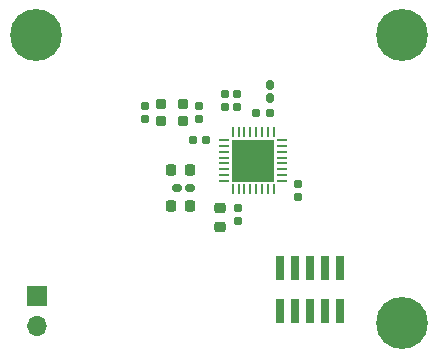
<source format=gts>
%TF.GenerationSoftware,KiCad,Pcbnew,(6.0.1)*%
%TF.CreationDate,2022-03-11T00:24:32+11:00*%
%TF.ProjectId,BLE_beacon,424c455f-6265-4616-936f-6e2e6b696361,rev?*%
%TF.SameCoordinates,PX7e67600PY5e0b320*%
%TF.FileFunction,Soldermask,Top*%
%TF.FilePolarity,Negative*%
%FSLAX46Y46*%
G04 Gerber Fmt 4.6, Leading zero omitted, Abs format (unit mm)*
G04 Created by KiCad (PCBNEW (6.0.1)) date 2022-03-11 00:24:32*
%MOMM*%
%LPD*%
G01*
G04 APERTURE LIST*
G04 Aperture macros list*
%AMRoundRect*
0 Rectangle with rounded corners*
0 $1 Rounding radius*
0 $2 $3 $4 $5 $6 $7 $8 $9 X,Y pos of 4 corners*
0 Add a 4 corners polygon primitive as box body*
4,1,4,$2,$3,$4,$5,$6,$7,$8,$9,$2,$3,0*
0 Add four circle primitives for the rounded corners*
1,1,$1+$1,$2,$3*
1,1,$1+$1,$4,$5*
1,1,$1+$1,$6,$7*
1,1,$1+$1,$8,$9*
0 Add four rect primitives between the rounded corners*
20,1,$1+$1,$2,$3,$4,$5,0*
20,1,$1+$1,$4,$5,$6,$7,0*
20,1,$1+$1,$6,$7,$8,$9,0*
20,1,$1+$1,$8,$9,$2,$3,0*%
G04 Aperture macros list end*
%ADD10RoundRect,0.062500X0.062500X-0.337500X0.062500X0.337500X-0.062500X0.337500X-0.062500X-0.337500X0*%
%ADD11RoundRect,0.062500X0.337500X-0.062500X0.337500X0.062500X-0.337500X0.062500X-0.337500X-0.062500X0*%
%ADD12R,3.600000X3.600000*%
%ADD13RoundRect,0.155000X-0.155000X0.212500X-0.155000X-0.212500X0.155000X-0.212500X0.155000X0.212500X0*%
%ADD14R,1.700000X1.700000*%
%ADD15O,1.700000X1.700000*%
%ADD16RoundRect,0.160000X-0.222500X-0.160000X0.222500X-0.160000X0.222500X0.160000X-0.222500X0.160000X0*%
%ADD17RoundRect,0.225000X0.225000X0.250000X-0.225000X0.250000X-0.225000X-0.250000X0.225000X-0.250000X0*%
%ADD18RoundRect,0.155000X0.212500X0.155000X-0.212500X0.155000X-0.212500X-0.155000X0.212500X-0.155000X0*%
%ADD19RoundRect,0.160000X-0.160000X0.222500X-0.160000X-0.222500X0.160000X-0.222500X0.160000X0.222500X0*%
%ADD20R,0.750000X2.100000*%
%ADD21RoundRect,0.218750X0.218750X0.256250X-0.218750X0.256250X-0.218750X-0.256250X0.218750X-0.256250X0*%
%ADD22C,0.700000*%
%ADD23C,4.400000*%
%ADD24RoundRect,0.155000X0.155000X-0.212500X0.155000X0.212500X-0.155000X0.212500X-0.155000X-0.212500X0*%
%ADD25RoundRect,0.200000X0.250000X-0.200000X0.250000X0.200000X-0.250000X0.200000X-0.250000X-0.200000X0*%
%ADD26RoundRect,0.225000X-0.250000X0.225000X-0.250000X-0.225000X0.250000X-0.225000X0.250000X0.225000X0*%
G04 APERTURE END LIST*
D10*
%TO.C,U1*%
X20208000Y14882000D03*
X20708000Y14882000D03*
X21208000Y14882000D03*
X21708000Y14882000D03*
X22208000Y14882000D03*
X22708000Y14882000D03*
X23208000Y14882000D03*
X23708000Y14882000D03*
D11*
X24408000Y15582000D03*
X24408000Y16082000D03*
X24408000Y16582000D03*
X24408000Y17082000D03*
X24408000Y17582000D03*
X24408000Y18082000D03*
X24408000Y18582000D03*
X24408000Y19082000D03*
D10*
X23708000Y19782000D03*
X23208000Y19782000D03*
X22708000Y19782000D03*
X22208000Y19782000D03*
X21708000Y19782000D03*
X21208000Y19782000D03*
X20708000Y19782000D03*
X20208000Y19782000D03*
D11*
X19508000Y19082000D03*
X19508000Y18582000D03*
X19508000Y18082000D03*
X19508000Y17582000D03*
X19508000Y17082000D03*
X19508000Y16582000D03*
X19508000Y16082000D03*
X19508000Y15582000D03*
D12*
X21958000Y17332000D03*
%TD*%
D13*
%TO.C,C9*%
X12814000Y21963500D03*
X12814000Y20828500D03*
%TD*%
D14*
%TO.C,J2*%
X3625000Y5882000D03*
D15*
X3625000Y3342000D03*
%TD*%
D16*
%TO.C,L3*%
X15473500Y15046000D03*
X16618500Y15046000D03*
%TD*%
D13*
%TO.C,C5*%
X20688000Y13327500D03*
X20688000Y12192500D03*
%TD*%
D17*
%TO.C,C8*%
X16567000Y16570000D03*
X15017000Y16570000D03*
%TD*%
D18*
%TO.C,C2*%
X17953500Y19110000D03*
X16818500Y19110000D03*
%TD*%
D19*
%TO.C,L1*%
X23412000Y23746500D03*
X23412000Y22601500D03*
%TD*%
D20*
%TO.C,J1*%
X29324000Y4610000D03*
X29324000Y8210000D03*
X28054000Y4610000D03*
X28054000Y8210000D03*
X26784000Y4610000D03*
X26784000Y8210000D03*
X25514000Y4610000D03*
X25514000Y8210000D03*
X24244000Y4610000D03*
X24244000Y8210000D03*
%TD*%
D18*
%TO.C,C6*%
X23347000Y21396000D03*
X22212000Y21396000D03*
%TD*%
D21*
%TO.C,L2*%
X16579500Y13522000D03*
X15004500Y13522000D03*
%TD*%
D22*
%TO.C,REF\u002A\u002A*%
X36238000Y28000000D03*
X33421274Y29166726D03*
X34588000Y26350000D03*
X35754726Y26833274D03*
X35754726Y29166726D03*
X32938000Y28000000D03*
X34588000Y29650000D03*
D23*
X34588000Y28000000D03*
D22*
X33421274Y26833274D03*
%TD*%
D24*
%TO.C,C4*%
X19528000Y21844500D03*
X19528000Y22979500D03*
%TD*%
%TO.C,C10*%
X20544000Y21844500D03*
X20544000Y22979500D03*
%TD*%
D22*
%TO.C,REF\u002A\u002A*%
X5250000Y28000000D03*
X2433274Y26833274D03*
X3600000Y26350000D03*
X2433274Y29166726D03*
D23*
X3600000Y28000000D03*
D22*
X3600000Y29650000D03*
X1950000Y28000000D03*
X4766726Y29166726D03*
X4766726Y26833274D03*
%TD*%
D13*
%TO.C,C7*%
X17386000Y21963500D03*
X17386000Y20828500D03*
%TD*%
D25*
%TO.C,Y1*%
X14175000Y20671000D03*
X16025000Y20671000D03*
X16025000Y22121000D03*
X14175000Y22121000D03*
%TD*%
D26*
%TO.C,C3*%
X19164000Y13281000D03*
X19164000Y11731000D03*
%TD*%
D13*
%TO.C,C1*%
X25768000Y15359500D03*
X25768000Y14224500D03*
%TD*%
D22*
%TO.C,REF\u002A\u002A*%
X33421274Y4782726D03*
X36238000Y3616000D03*
X35754726Y4782726D03*
X34588000Y1966000D03*
X33421274Y2449274D03*
X35754726Y2449274D03*
X34588000Y5266000D03*
X32938000Y3616000D03*
D23*
X34588000Y3616000D03*
%TD*%
M02*

</source>
